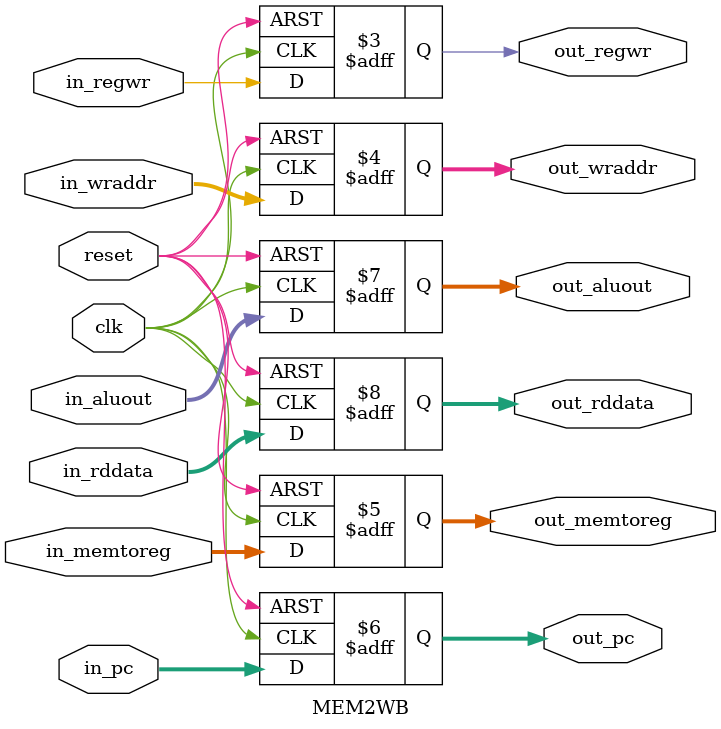
<source format=v>
`timescale 1ns / 1ps

module MEM2WB(reset, clk,
    in_regwr, in_wraddr, in_memtoreg, in_pc, in_aluout, in_rddata,
    out_regwr, out_wraddr, out_memtoreg, out_pc, out_aluout, out_rddata
    );
    input reset, clk;
    input in_regwr;
    input [4:0] in_wraddr;
    input [1:0] in_memtoreg;
    input [31:0] in_pc;
    input [31:0] in_aluout;
    input [31:0] in_rddata;
    
    output reg out_regwr;
    output reg [4:0] out_wraddr;
    output reg [1:0]  out_memtoreg;
    output reg [31:0] out_pc;
    output reg [31:0] out_aluout;
    output reg [31:0] out_rddata;
    
    always @(posedge clk or negedge reset)
    begin
        if(~reset)
        begin
            out_regwr <= 0;
            out_wraddr <= 0;
            out_memtoreg <= 0;
            out_pc <= 32'h80000000;
            out_aluout <= 0;
            out_rddata <= 0;
        end
        else
        begin
            out_regwr <= in_regwr;
            out_wraddr <= in_wraddr;
            out_memtoreg <= in_memtoreg;
            out_pc <= in_pc;
            out_aluout <= in_aluout;
            out_rddata <= in_rddata;
        end
    end
endmodule

</source>
